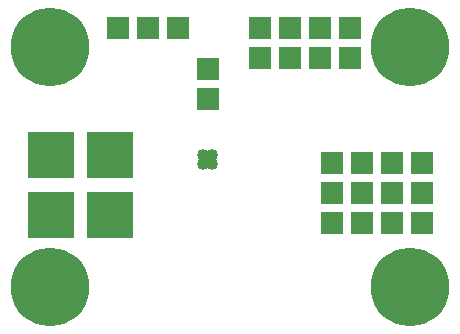
<source format=gbr>
G75*
G70*
%OFA0B0*%
%FSLAX24Y24*%
%IPPOS*%
%LPD*%
%AMOC8*
5,1,8,0,0,1.08239X$1,22.5*
%
%ADD10R,0.0730X0.0730*%
%ADD11C,0.2620*%
%ADD12C,0.0398*%
%ADD13R,0.1580X0.1580*%
D10*
X007785Y008785D03*
X007785Y009785D03*
X006785Y011160D03*
X005785Y011160D03*
X004785Y011160D03*
X009535Y011160D03*
X010535Y011160D03*
X011535Y011160D03*
X012535Y011160D03*
X012535Y010160D03*
X011535Y010160D03*
X010535Y010160D03*
X009535Y010160D03*
X011910Y006660D03*
X012910Y006660D03*
X013910Y006660D03*
X014910Y006660D03*
X014910Y005660D03*
X013910Y005660D03*
X012910Y005660D03*
X011910Y005660D03*
X011910Y004660D03*
X012910Y004660D03*
X013910Y004660D03*
X014910Y004660D03*
D11*
X002535Y002535D03*
X002535Y010535D03*
X014535Y010535D03*
X014535Y002535D03*
D12*
X007942Y006628D03*
X007785Y006785D03*
X007628Y006628D03*
X007628Y006942D03*
X007942Y006942D03*
D13*
X004535Y006910D03*
X002566Y006910D03*
X002566Y004941D03*
X004535Y004941D03*
M02*

</source>
